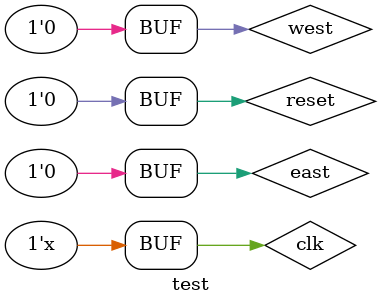
<source format=v>
`timescale 1ns / 1ps


module test;

	// Inputs
	reg clk;
	reg reset;
	reg east;
	reg west;

	// Outputs
	wire [7:0] led;

	// Instantiate the Unit Under Test (UUT)
	counter uut (
		.clk(clk), 
		.reset(reset), 
		.east(east), 
		.west(west), 
		.led(led)
	);

	initial begin
		// Initialize Inputs
		clk = 0;
		reset = 1;
		east = 0;
		west = 0;

		// Wait 100 ns for global reset to finish
		#100;
		reset = 0;
      west = 1;
		// Add stimulus here
		#100;
		west = 0;
		#100;
		west = 1;
		#100;
		west = 0;
	end
   always
	begin
	#50
	clk = ~clk;
	end
endmodule


</source>
